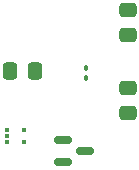
<source format=gbr>
%TF.GenerationSoftware,KiCad,Pcbnew,7.0.1*%
%TF.CreationDate,2023-06-12T23:03:10-04:00*%
%TF.ProjectId,SD Card Activity,53442043-6172-4642-9041-637469766974,rev?*%
%TF.SameCoordinates,Original*%
%TF.FileFunction,Paste,Top*%
%TF.FilePolarity,Positive*%
%FSLAX46Y46*%
G04 Gerber Fmt 4.6, Leading zero omitted, Abs format (unit mm)*
G04 Created by KiCad (PCBNEW 7.0.1) date 2023-06-12 23:03:10*
%MOMM*%
%LPD*%
G01*
G04 APERTURE LIST*
G04 Aperture macros list*
%AMRoundRect*
0 Rectangle with rounded corners*
0 $1 Rounding radius*
0 $2 $3 $4 $5 $6 $7 $8 $9 X,Y pos of 4 corners*
0 Add a 4 corners polygon primitive as box body*
4,1,4,$2,$3,$4,$5,$6,$7,$8,$9,$2,$3,0*
0 Add four circle primitives for the rounded corners*
1,1,$1+$1,$2,$3*
1,1,$1+$1,$4,$5*
1,1,$1+$1,$6,$7*
1,1,$1+$1,$8,$9*
0 Add four rect primitives between the rounded corners*
20,1,$1+$1,$2,$3,$4,$5,0*
20,1,$1+$1,$4,$5,$6,$7,0*
20,1,$1+$1,$6,$7,$8,$9,0*
20,1,$1+$1,$8,$9,$2,$3,0*%
G04 Aperture macros list end*
%ADD10RoundRect,0.250000X0.475000X-0.337500X0.475000X0.337500X-0.475000X0.337500X-0.475000X-0.337500X0*%
%ADD11RoundRect,0.250000X-0.337500X-0.475000X0.337500X-0.475000X0.337500X0.475000X-0.337500X0.475000X0*%
%ADD12RoundRect,0.090000X0.090000X-0.139000X0.090000X0.139000X-0.090000X0.139000X-0.090000X-0.139000X0*%
%ADD13RoundRect,0.150000X-0.587500X-0.150000X0.587500X-0.150000X0.587500X0.150000X-0.587500X0.150000X0*%
%ADD14R,0.450000X0.300000*%
G04 APERTURE END LIST*
D10*
%TO.C,R2*%
X153670000Y-70569000D03*
X153670000Y-72644000D03*
%TD*%
%TO.C,R1*%
X153670000Y-63986500D03*
X153670000Y-66061500D03*
%TD*%
D11*
%TO.C,C1*%
X143742500Y-69088000D03*
X145817500Y-69088000D03*
%TD*%
D12*
%TO.C,D1*%
X150114000Y-69723000D03*
X150114000Y-68858000D03*
%TD*%
D13*
%TO.C,Q1*%
X148225000Y-74950000D03*
X148225000Y-76850000D03*
X150100000Y-75900000D03*
%TD*%
D14*
%TO.C,U1*%
X143500000Y-74100000D03*
X143500000Y-74600000D03*
X143500000Y-75100000D03*
X144900000Y-75100000D03*
X144900000Y-74100000D03*
%TD*%
M02*

</source>
